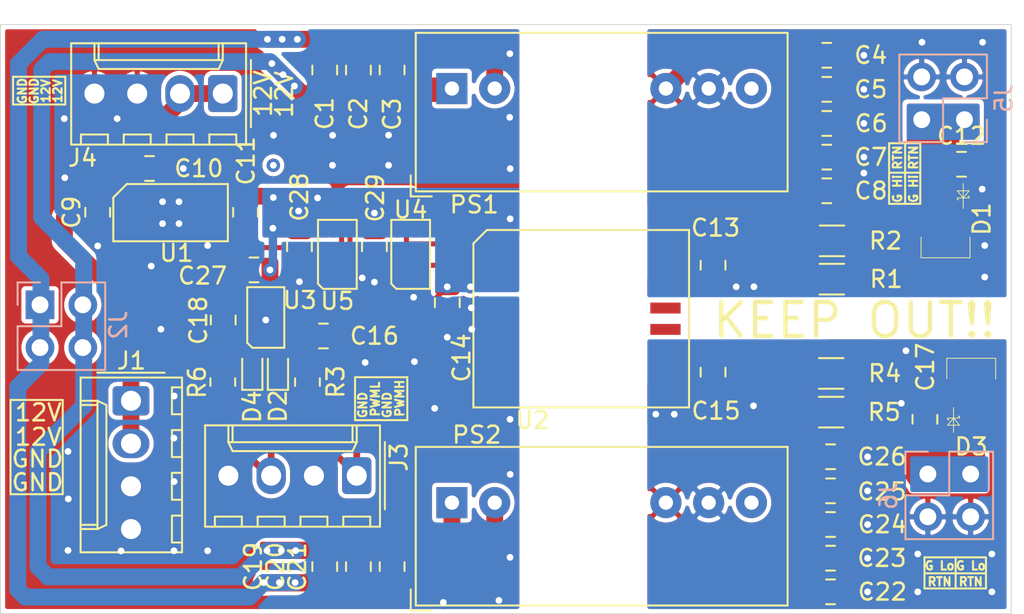
<source format=kicad_pcb>
(kicad_pcb (version 20171130) (host pcbnew "(5.1.6)-1")
  (layers (0 F.Cu signal) (31 B.Cu signal) (34 B.Paste user) (35 F.Paste user) (36 B.SilkS user) (37 F.SilkS user) (38 B.Mask user) (39 F.Mask user) (44 Edge.Cuts user))
  (net 0 "")
  (net 1 -BATT)
  (net 2 +BATT)
  (net 3 +12V)
  (net 4 GND)
  (net 5 +3V3)
  (net 6 Gate_HI)
  (net 7 "Net-(C16-Pad1)")
  (net 8 Gate_LO)
  (net 9 "Net-(C18-Pad1)")
  (net 10 "Net-(D1-Pad1)")
  (net 11 PWM_IN_HI)
  (net 12 "Net-(D3-Pad1)")
  (net 13 PWM_IN_LO)
  (net 14 "Net-(PS1-Pad8)")
  (net 15 "Net-(PS2-Pad8)")
  (net 16 "Net-(R1-Pad2)")
  (net 17 "Net-(R4-Pad2)")
  (net 18 "Net-(U1-Pad3)")
  (net 19 PWM_H)
  (net 20 PWM_L)
  (net 21 "Net-(U2-Pad13)")
  (net 22 "Net-(U2-Pad12)")
  (net 23 "Net-(U2-Pad6)")
  (net 24 "Net-(U2-Pad7)")
  (net 25 "Net-(U3-Pad6)")
  (net 26 "Net-(U3-Pad4)")
  (net 27 "Net-(U4-Pad5)")
  (net 28 "Net-(U4-Pad2)")
  (net 29 +12V_ISO1)
  (net 30 GND_ISO1)
  (net 31 +12V_ISO2)
  (net 32 GND_ISO2)
  (net 33 "Net-(U1-Pad7)")
  (module XFootprintLib:D_SMP_DO-220AA (layer F.Cu) (at 112.625 71.35 270)
    (fp_text reference D3 (at 3.725 0 180) (layer F.SilkS))
    (fp_text value V3PM6-M3/I)
    (pad 2 smd rect (at 2.351 0 270) (size 0.762 1.27) (layers F.Cu F.Paste F.Mask) (net 8 Gate_LO))
    (pad 1 smd rect (at 0 0 270) (size 2.67 2.54) (layers F.Cu F.Paste F.Mask) (net 12 "Net-(D3-Pad1)"))
  )
  (module XFootprintLib:D_SMP_DO-220AA (layer F.Cu) (at 111.1 62.325 90)
    (fp_text reference D1 (at 0.775 2.15 90) (layer F.SilkS))
    (fp_text value V3PM6-M3/I)
    (pad 2 smd rect (at 2.351 0 90) (size 0.762 1.27) (layers F.Cu F.Paste F.Mask) (net 6 Gate_HI))
    (pad 1 smd rect (at 0 0 90) (size 2.67 2.54) (layers F.Cu F.Paste F.Mask) (net 10 "Net-(D1-Pad1)"))
  )
  (module Connector_PinHeader_2.54mm:PinHeader_2x02_P2.54mm_Vertical (layer B.Cu) (at 110.05 76.7 270)
    (fp_text reference J6 (at 1.27 2.33 90) (layer B.SilkS) (effects (justify mirror)))
    (fp_text value SAMTEC_HMTSW)
    (pad 4 thru_hole oval (at 2.54 -2.54 270) (size 1.7 1.7) (drill 1) (layers *.Cu *.Mask) (net 32 GND_ISO2))
    (pad 3 thru_hole oval (at 0 -2.54 270) (size 1.7 1.7) (drill 1) (layers *.Cu *.Mask) (net 8 Gate_LO))
    (pad 2 thru_hole oval (at 2.54 0 270) (size 1.7 1.7) (drill 1) (layers *.Cu *.Mask) (net 32 GND_ISO2))
    (pad 1 thru_hole rect (at 0 0 270) (size 1.7 1.7) (drill 1) (layers *.Cu *.Mask) (net 8 Gate_LO))
  )
  (module Connector_PinHeader_2.54mm:PinHeader_2x02_P2.54mm_Vertical (layer B.Cu) (at 112.225 55.65 90)
    (fp_text reference J5 (at 1.27 2.33 270) (layer B.SilkS) (effects (justify mirror)))
    (fp_text value SAMTEC_HMTSW)
    (pad 4 thru_hole oval (at 2.54 -2.54 90) (size 1.7 1.7) (drill 1) (layers *.Cu *.Mask) (net 30 GND_ISO1))
    (pad 3 thru_hole oval (at 0 -2.54 90) (size 1.7 1.7) (drill 1) (layers *.Cu *.Mask) (net 6 Gate_HI))
    (pad 2 thru_hole oval (at 2.54 0 90) (size 1.7 1.7) (drill 1) (layers *.Cu *.Mask) (net 30 GND_ISO1))
    (pad 1 thru_hole rect (at 0 0 90) (size 1.7 1.7) (drill 1) (layers *.Cu *.Mask) (net 6 Gate_HI))
  )
  (module Connector_PinHeader_2.54mm:PinHeader_2x02_P2.54mm_Vertical (layer B.Cu) (at 57.35 66.65 270)
    (fp_text reference J2 (at 1.2 -4.65 90) (layer B.SilkS) (effects (justify mirror)))
    (fp_text value SAMTEC_HMTSW)
    (pad 4 thru_hole oval (at 2.54 -2.54 270) (size 1.7 1.7) (drill 1) (layers *.Cu *.Mask) (net 1 -BATT))
    (pad 3 thru_hole oval (at 0 -2.54 270) (size 1.7 1.7) (drill 1) (layers *.Cu *.Mask) (net 1 -BATT))
    (pad 2 thru_hole oval (at 2.54 0 270) (size 1.7 1.7) (drill 1) (layers *.Cu *.Mask) (net 2 +BATT))
    (pad 1 thru_hole rect (at 0 0 270) (size 1.7 1.7) (drill 1) (layers *.Cu *.Mask) (net 2 +BATT))
  )
  (module Connector_Molex:Molex_KK-254_AE-6410-04A_1x04_P2.54mm_Vertical (layer F.Cu) (at 68.2 54.1 180)
    (fp_text reference J4 (at 8.325 -3.825) (layer F.SilkS))
    (fp_text value "Molex KK")
    (pad 4 thru_hole oval (at 7.62 0 180) (size 1.74 2.19) (drill 1.19) (layers *.Cu *.Mask) (net 4 GND))
    (pad 3 thru_hole oval (at 5.08 0 180) (size 1.74 2.19) (drill 1.19) (layers *.Cu *.Mask) (net 4 GND))
    (pad 2 thru_hole oval (at 2.54 0 180) (size 1.74 2.19) (drill 1.19) (layers *.Cu *.Mask) (net 3 +12V))
    (pad 1 thru_hole roundrect (at 0 0 180) (size 1.74 2.19) (drill 1.19) (layers *.Cu *.Mask) (roundrect_rratio 0.143678) (net 3 +12V))
  )
  (module Connector_Molex:Molex_KK-254_AE-6410-04A_1x04_P2.54mm_Vertical (layer F.Cu) (at 76.15 76.8 180)
    (fp_text reference J3 (at -2.5 1.1 90) (layer F.SilkS))
    (fp_text value "Molex KK")
    (pad 4 thru_hole oval (at 7.62 0 180) (size 1.74 2.19) (drill 1.19) (layers *.Cu *.Mask) (net 4 GND))
    (pad 3 thru_hole oval (at 5.08 0 180) (size 1.74 2.19) (drill 1.19) (layers *.Cu *.Mask) (net 13 PWM_IN_LO))
    (pad 2 thru_hole oval (at 2.54 0 180) (size 1.74 2.19) (drill 1.19) (layers *.Cu *.Mask) (net 4 GND))
    (pad 1 thru_hole roundrect (at 0 0 180) (size 1.74 2.19) (drill 1.19) (layers *.Cu *.Mask) (roundrect_rratio 0.143678) (net 11 PWM_IN_HI))
  )
  (module Connector_Molex:Molex_KK-254_AE-6410-04A_1x04_P2.54mm_Vertical (layer F.Cu) (at 62.75 72.35 270)
    (fp_text reference J1 (at -2.375 -0.025 180) (layer F.SilkS))
    (fp_text value "Molex KK")
    (pad 4 thru_hole oval (at 7.62 0 270) (size 1.74 2.19) (drill 1.19) (layers *.Cu *.Mask) (net 4 GND))
    (pad 3 thru_hole oval (at 5.08 0 270) (size 1.74 2.19) (drill 1.19) (layers *.Cu *.Mask) (net 4 GND))
    (pad 2 thru_hole oval (at 2.54 0 270) (size 1.74 2.19) (drill 1.19) (layers *.Cu *.Mask) (net 3 +12V))
    (pad 1 thru_hole roundrect (at 0 0 270) (size 1.74 2.19) (drill 1.19) (layers *.Cu *.Mask) (roundrect_rratio 0.143678) (net 3 +12V))
  )
  (module Diode_SMD:D_SOD-523 (layer F.Cu) (at 71.475 70.55 90)
    (fp_text reference D2 (at -2.125 0 90) (layer F.SilkS))
    (fp_text value RB511SM-30)
    (pad 1 smd rect (at -0.7 0 270) (size 0.6 0.7) (layers F.Cu F.Paste F.Mask) (net 11 PWM_IN_HI))
    (pad 2 smd rect (at 0.7 0 270) (size 0.6 0.7) (layers F.Cu F.Paste F.Mask) (net 7 "Net-(C16-Pad1)"))
  )
  (module Diode_SMD:D_SOD-523 (layer F.Cu) (at 69.95 70.55 90)
    (fp_text reference D4 (at -2.15 0 90) (layer F.SilkS))
    (fp_text value RB511SM-30)
    (pad 2 smd rect (at 0.7 0 270) (size 0.6 0.7) (layers F.Cu F.Paste F.Mask) (net 9 "Net-(C18-Pad1)"))
    (pad 1 smd rect (at -0.7 0 270) (size 0.6 0.7) (layers F.Cu F.Paste F.Mask) (net 13 PWM_IN_LO))
  )
  (module Capacitor_SMD:C_0805_2012Metric (layer F.Cu) (at 68.225 67.55 90)
    (fp_text reference C18 (at -0.025 -1.475 90) (layer F.SilkS))
    (fp_text value C)
    (pad 2 smd roundrect (at 0.95 0 90) (size 1 1.45) (layers F.Cu F.Paste F.Mask) (net 4 GND))
    (pad 1 smd roundrect (at -0.95 0 90) (size 1 1.45) (layers F.Cu F.Paste F.Mask) (net 9 "Net-(C18-Pad1)"))
  )
  (module Capacitor_SMD:C_0805_2012Metric (layer F.Cu) (at 74.175 68.5)
    (fp_text reference C16 (at 3.025 0) (layer F.SilkS))
    (fp_text value C)
    (pad 2 smd roundrect (at 0.95 0) (size 1 1.45) (layers F.Cu F.Paste F.Mask) (net 4 GND))
    (pad 1 smd roundrect (at -0.95 0) (size 1 1.45) (layers F.Cu F.Paste F.Mask) (net 7 "Net-(C16-Pad1)"))
  )
  (module Resistor_SMD:R_0805_2012Metric (layer F.Cu) (at 73.225 71.2375 270)
    (fp_text reference R3 (at -0.0125 -1.675 90) (layer F.SilkS))
    (fp_text value R)
    (pad 2 smd roundrect (at 0.9125 0 270) (size 1.025 1.4) (layers F.Cu F.Paste F.Mask) (roundrect_rratio 0.243902) (net 11 PWM_IN_HI))
    (pad 1 smd roundrect (at -0.9125 0 270) (size 1.025 1.4) (layers F.Cu F.Paste F.Mask) (roundrect_rratio 0.243902) (net 7 "Net-(C16-Pad1)"))
  )
  (module Resistor_SMD:R_0805_2012Metric (layer F.Cu) (at 68.2 71.2375 270)
    (fp_text reference R6 (at 0.0125 1.525 90) (layer F.SilkS))
    (fp_text value R)
    (pad 2 smd roundrect (at 0.9125 0 270) (size 1.025 1.4) (layers F.Cu F.Paste F.Mask) (roundrect_rratio 0.243902) (net 13 PWM_IN_LO))
    (pad 1 smd roundrect (at -0.9125 0 270) (size 1.025 1.4) (layers F.Cu F.Paste F.Mask) (roundrect_rratio 0.243902) (net 9 "Net-(C18-Pad1)"))
  )
  (module XFootprintLib:DCK_R-PDSO-G6 (layer F.Cu) (at 70.75 67.4)
    (fp_text reference U3 (at 2.025 -1.025 180) (layer F.SilkS))
    (fp_text value SN74AUP2G17)
    (pad 3 smd rect (at 0.65 1.1) (size 0.4 0.9) (layers F.Cu F.Paste F.Mask) (net 7 "Net-(C16-Pad1)"))
    (pad 4 smd rect (at 0.65 -1.1) (size 0.4 0.9) (layers F.Cu F.Paste F.Mask) (net 26 "Net-(U3-Pad4)"))
    (pad 2 smd rect (at 0 1.1) (size 0.4 0.9) (layers F.Cu F.Paste F.Mask) (net 4 GND))
    (pad 5 smd rect (at 0 -1.1) (size 0.4 0.9) (layers F.Cu F.Paste F.Mask) (net 5 +3V3))
    (pad 1 smd rect (at -0.65 1.1) (size 0.4 0.9) (layers F.Cu F.Paste F.Mask) (net 9 "Net-(C18-Pad1)"))
    (pad 6 smd rect (at -0.65 -1.1) (size 0.4 0.9) (layers F.Cu F.Paste F.Mask) (net 25 "Net-(U3-Pad6)"))
  )
  (module XFootprintLib:R-PDSO-G8 (layer F.Cu) (at 75 63.65)
    (fp_text reference U5 (at 0 2.775 180) (layer F.SilkS))
    (fp_text value SN74AUP2G00)
    (pad 4 smd rect (at 0.75 1.4) (size 0.3 0.8) (layers F.Cu F.Paste F.Mask) (net 4 GND))
    (pad 5 smd rect (at 0.75 -1.4) (size 0.3 0.8) (layers F.Cu F.Paste F.Mask) (net 25 "Net-(U3-Pad6)"))
    (pad 3 smd rect (at 0.25 1.4) (size 0.3 0.8) (layers F.Cu F.Paste F.Mask) (net 28 "Net-(U4-Pad2)"))
    (pad 6 smd rect (at 0.25 -1.4) (size 0.3 0.8) (layers F.Cu F.Paste F.Mask) (net 25 "Net-(U3-Pad6)"))
    (pad 2 smd rect (at -0.25 1.4) (size 0.3 0.8) (layers F.Cu F.Paste F.Mask) (net 26 "Net-(U3-Pad4)"))
    (pad 7 smd rect (at -0.25 -1.4) (size 0.3 0.8) (layers F.Cu F.Paste F.Mask) (net 27 "Net-(U4-Pad5)"))
    (pad 1 smd rect (at -0.75 1.4) (size 0.3 0.8) (layers F.Cu F.Paste F.Mask) (net 26 "Net-(U3-Pad4)"))
    (pad 8 smd rect (at -0.75 -1.4) (size 0.3 0.8) (layers F.Cu F.Paste F.Mask) (net 5 +3V3))
  )
  (module XFootprintLib:R-PDSO-G8 (layer F.Cu) (at 79.35 63.65)
    (fp_text reference U4 (at 0 -2.65) (layer F.SilkS))
    (fp_text value SN74AUP2G08)
    (pad 4 smd rect (at 0.75 1.4) (size 0.3 0.8) (layers F.Cu F.Paste F.Mask) (net 4 GND))
    (pad 5 smd rect (at 0.75 -1.4) (size 0.3 0.8) (layers F.Cu F.Paste F.Mask) (net 27 "Net-(U4-Pad5)"))
    (pad 3 smd rect (at 0.25 1.4) (size 0.3 0.8) (layers F.Cu F.Paste F.Mask) (net 20 PWM_L))
    (pad 6 smd rect (at 0.25 -1.4) (size 0.3 0.8) (layers F.Cu F.Paste F.Mask) (net 25 "Net-(U3-Pad6)"))
    (pad 2 smd rect (at -0.25 1.4) (size 0.3 0.8) (layers F.Cu F.Paste F.Mask) (net 28 "Net-(U4-Pad2)"))
    (pad 7 smd rect (at -0.25 -1.4) (size 0.3 0.8) (layers F.Cu F.Paste F.Mask) (net 19 PWM_H))
    (pad 1 smd rect (at -0.75 1.4) (size 0.3 0.8) (layers F.Cu F.Paste F.Mask) (net 26 "Net-(U3-Pad4)"))
    (pad 8 smd rect (at -0.75 -1.4) (size 0.3 0.8) (layers F.Cu F.Paste F.Mask) (net 5 +3V3))
  )
  (module XFootprintLib:TI-VSSOP-8-PowerPAD (layer F.Cu) (at 65.1 61.175 270)
    (fp_text reference U1 (at 2.4 -0.35) (layer F.SilkS))
    (fp_text value SN74AUP2G08)
    (pad 9 smd rect (at 0 0 270) (size 2.15 1.846) (layers F.Cu F.Paste F.Mask) (net 4 GND))
    (pad 4 smd rect (at 0.975 2.2 270) (size 0.45 1.4) (layers F.Cu F.Paste F.Mask) (net 4 GND))
    (pad 5 smd rect (at 0.975 -2.2 270) (size 0.45 1.4) (layers F.Cu F.Paste F.Mask) (net 4 GND))
    (pad 3 smd rect (at 0.325 2.2 270) (size 0.45 1.4) (layers F.Cu F.Paste F.Mask) (net 18 "Net-(U1-Pad3)"))
    (pad 6 smd rect (at 0.325 -2.2 270) (size 0.45 1.4) (layers F.Cu F.Paste F.Mask) (net 4 GND))
    (pad 2 smd rect (at -0.325 2.2 270) (size 0.45 1.4) (layers F.Cu F.Paste F.Mask) (net 3 +12V))
    (pad 7 smd rect (at -0.325 -2.2 270) (size 0.45 1.4) (layers F.Cu F.Paste F.Mask) (net 33 "Net-(U1-Pad7)"))
    (pad 1 smd rect (at -0.975 2.2 270) (size 0.45 1.4) (layers F.Cu F.Paste F.Mask) (net 3 +12V))
    (pad 8 smd rect (at -0.975 -2.2 270) (size 0.45 1.4) (layers F.Cu F.Paste F.Mask) (net 5 +3V3))
  )
  (module Resistor_SMD:R_1206_3216Metric (layer F.Cu) (at 104.3125 73.025 180)
    (fp_text reference R5 (at -3.15 0) (layer F.SilkS))
    (fp_text value Ron)
    (pad 2 smd roundrect (at 1.4625 0 180) (size 1.125 1.75) (layers F.Cu F.Paste F.Mask) (roundrect_rratio 0.222222) (net 17 "Net-(R4-Pad2)"))
    (pad 1 smd roundrect (at -1.4625 0 180) (size 1.125 1.75) (layers F.Cu F.Paste F.Mask) (roundrect_rratio 0.222222) (net 8 Gate_LO))
  )
  (module Resistor_SMD:R_1206_3216Metric (layer F.Cu) (at 104.3125 70.725 180)
    (fp_text reference R4 (at -3.175 0) (layer F.SilkS))
    (fp_text value Roff)
    (pad 2 smd roundrect (at 1.4625 0 180) (size 1.125 1.75) (layers F.Cu F.Paste F.Mask) (roundrect_rratio 0.222222) (net 17 "Net-(R4-Pad2)"))
    (pad 1 smd roundrect (at -1.4625 0 180) (size 1.125 1.75) (layers F.Cu F.Paste F.Mask) (roundrect_rratio 0.222222) (net 12 "Net-(D3-Pad1)"))
  )
  (module Resistor_SMD:R_1206_3216Metric (layer F.Cu) (at 104.3625 62.85 180)
    (fp_text reference R2 (at -3.175 0) (layer F.SilkS))
    (fp_text value Ron)
    (pad 2 smd roundrect (at 1.4625 0 180) (size 1.125 1.75) (layers F.Cu F.Paste F.Mask) (roundrect_rratio 0.222222) (net 16 "Net-(R1-Pad2)"))
    (pad 1 smd roundrect (at -1.4625 0 180) (size 1.125 1.75) (layers F.Cu F.Paste F.Mask) (roundrect_rratio 0.222222) (net 6 Gate_HI))
  )
  (module Resistor_SMD:R_1206_3216Metric (layer F.Cu) (at 104.35 65.125 180)
    (fp_text reference R1 (at -3.225 0) (layer F.SilkS))
    (fp_text value Roff)
    (pad 2 smd roundrect (at 1.4625 0 180) (size 1.125 1.75) (layers F.Cu F.Paste F.Mask) (roundrect_rratio 0.222222) (net 16 "Net-(R1-Pad2)"))
    (pad 1 smd roundrect (at -1.4625 0 180) (size 1.125 1.75) (layers F.Cu F.Paste F.Mask) (roundrect_rratio 0.222222) (net 10 "Net-(D1-Pad1)"))
  )
  (module Capacitor_SMD:C_0805_2012Metric (layer F.Cu) (at 77.2 63.2 270)
    (fp_text reference C29 (at -2.9 -0.05 90) (layer F.SilkS))
    (fp_text value 0.1u)
    (pad 2 smd roundrect (at 0.95 0 270) (size 1 1.45) (layers F.Cu F.Paste F.Mask) (net 4 GND))
    (pad 1 smd roundrect (at -0.95 0 270) (size 1 1.45) (layers F.Cu F.Paste F.Mask) (net 5 +3V3))
  )
  (module Capacitor_SMD:C_0805_2012Metric (layer F.Cu) (at 72.75 63.2 270)
    (fp_text reference C28 (at -2.95 0 90) (layer F.SilkS))
    (fp_text value 0.1u)
    (pad 2 smd roundrect (at 0.95 0 270) (size 1 1.45) (layers F.Cu F.Paste F.Mask) (net 4 GND))
    (pad 1 smd roundrect (at -0.95 0 270) (size 1 1.45) (layers F.Cu F.Paste F.Mask) (net 5 +3V3))
  )
  (module Capacitor_SMD:C_0805_2012Metric (layer F.Cu) (at 70.05 64.575 180)
    (fp_text reference C27 (at 3.05 -0.35) (layer F.SilkS))
    (fp_text value 0.1u)
    (pad 2 smd roundrect (at 0.95 0 180) (size 1 1.45) (layers F.Cu F.Paste F.Mask) (net 4 GND))
    (pad 1 smd roundrect (at -0.95 0 180) (size 1 1.45) (layers F.Cu F.Paste F.Mask) (net 5 +3V3))
  )
  (module Capacitor_SMD:C_0805_2012Metric (layer F.Cu) (at 104.275 75.675 180)
    (fp_text reference C26 (at -3.05 0) (layer F.SilkS))
    (fp_text value 1000p)
    (pad 2 smd roundrect (at 0.95 0 180) (size 1 1.45) (layers F.Cu F.Paste F.Mask) (net 31 +12V_ISO2))
    (pad 1 smd roundrect (at -0.95 0 180) (size 1 1.45) (layers F.Cu F.Paste F.Mask) (net 32 GND_ISO2))
  )
  (module Capacitor_SMD:C_0805_2012Metric (layer F.Cu) (at 104.275 77.7 180)
    (fp_text reference C25 (at -3.05 -0.05) (layer F.SilkS))
    (fp_text value 0.01u)
    (pad 2 smd roundrect (at 0.95 0 180) (size 1 1.45) (layers F.Cu F.Paste F.Mask) (net 31 +12V_ISO2))
    (pad 1 smd roundrect (at -0.95 0 180) (size 1 1.45) (layers F.Cu F.Paste F.Mask) (net 32 GND_ISO2))
  )
  (module Capacitor_SMD:C_0805_2012Metric (layer F.Cu) (at 104.275 79.7 180)
    (fp_text reference C24 (at -3.075 0) (layer F.SilkS))
    (fp_text value 0.1u)
    (pad 2 smd roundrect (at 0.95 0 180) (size 1 1.45) (layers F.Cu F.Paste F.Mask) (net 31 +12V_ISO2))
    (pad 1 smd roundrect (at -0.95 0 180) (size 1 1.45) (layers F.Cu F.Paste F.Mask) (net 32 GND_ISO2))
  )
  (module Capacitor_SMD:C_0805_2012Metric (layer F.Cu) (at 104.275 81.7 180)
    (fp_text reference C23 (at -3.05 0) (layer F.SilkS))
    (fp_text value 1u)
    (pad 2 smd roundrect (at 0.95 0 180) (size 1 1.45) (layers F.Cu F.Paste F.Mask) (net 31 +12V_ISO2))
    (pad 1 smd roundrect (at -0.95 0 180) (size 1 1.45) (layers F.Cu F.Paste F.Mask) (net 32 GND_ISO2))
  )
  (module Capacitor_SMD:C_0805_2012Metric (layer F.Cu) (at 104.275 83.7 180)
    (fp_text reference C22 (at -3.075 0) (layer F.SilkS))
    (fp_text value 10u)
    (pad 2 smd roundrect (at 0.95 0 180) (size 1 1.45) (layers F.Cu F.Paste F.Mask) (net 31 +12V_ISO2))
    (pad 1 smd roundrect (at -0.95 0 180) (size 1 1.45) (layers F.Cu F.Paste F.Mask) (net 32 GND_ISO2))
  )
  (module Capacitor_SMD:C_0805_2012Metric (layer F.Cu) (at 78.25 82.2 270)
    (fp_text reference C21 (at 0.025 5.625 90) (layer F.SilkS))
    (fp_text value 0.01u)
    (pad 2 smd roundrect (at 0.95 0 270) (size 1 1.45) (layers F.Cu F.Paste F.Mask) (net 2 +BATT))
    (pad 1 smd roundrect (at -0.95 0 270) (size 1 1.45) (layers F.Cu F.Paste F.Mask) (net 1 -BATT))
  )
  (module Capacitor_SMD:C_0805_2012Metric (layer F.Cu) (at 76.25 82.2 270)
    (fp_text reference C20 (at 0 4.925 90) (layer F.SilkS))
    (fp_text value 0.1u)
    (pad 2 smd roundrect (at 0.95 0 270) (size 1 1.45) (layers F.Cu F.Paste F.Mask) (net 2 +BATT))
    (pad 1 smd roundrect (at -0.95 0 270) (size 1 1.45) (layers F.Cu F.Paste F.Mask) (net 1 -BATT))
  )
  (module Capacitor_SMD:C_0805_2012Metric (layer F.Cu) (at 74.25 82.2 270)
    (fp_text reference C19 (at 0 4.25 90) (layer F.SilkS))
    (fp_text value 1u)
    (pad 2 smd roundrect (at 0.95 0 270) (size 1 1.45) (layers F.Cu F.Paste F.Mask) (net 2 +BATT))
    (pad 1 smd roundrect (at -0.95 0 270) (size 1 1.45) (layers F.Cu F.Paste F.Mask) (net 1 -BATT))
  )
  (module Capacitor_SMD:C_0805_2012Metric (layer F.Cu) (at 109.875 73.45 90)
    (fp_text reference C17 (at 3.1 0.025 90) (layer F.SilkS))
    (fp_text value Cgs)
    (pad 2 smd roundrect (at 0.95 0 90) (size 1 1.45) (layers F.Cu F.Paste F.Mask) (net 32 GND_ISO2))
    (pad 1 smd roundrect (at -0.95 0 90) (size 1 1.45) (layers F.Cu F.Paste F.Mask) (net 8 Gate_LO))
  )
  (module Capacitor_SMD:C_0805_2012Metric (layer F.Cu) (at 97.3 70.65 90)
    (fp_text reference C15 (at -2.3 0.175 180) (layer F.SilkS))
    (fp_text value 0.47u)
    (pad 2 smd roundrect (at 0.95 0 90) (size 1 1.45) (layers F.Cu F.Paste F.Mask) (net 31 +12V_ISO2))
    (pad 1 smd roundrect (at -0.95 0 90) (size 1 1.45) (layers F.Cu F.Paste F.Mask) (net 32 GND_ISO2))
  )
  (module Capacitor_SMD:C_0805_2012Metric (layer F.Cu) (at 81.525 66.525 270)
    (fp_text reference C14 (at 3.275 -0.85 90) (layer F.SilkS))
    (fp_text value 0.022u)
    (pad 2 smd roundrect (at 0.95 0 270) (size 1 1.45) (layers F.Cu F.Paste F.Mask) (net 4 GND))
    (pad 1 smd roundrect (at -0.95 0 270) (size 1 1.45) (layers F.Cu F.Paste F.Mask) (net 5 +3V3))
  )
  (module Capacitor_SMD:C_0805_2012Metric (layer F.Cu) (at 97.3 64.3 90)
    (fp_text reference C13 (at 2.225 0.15 180) (layer F.SilkS))
    (fp_text value 0.47u)
    (pad 2 smd roundrect (at 0.95 0 90) (size 1 1.45) (layers F.Cu F.Paste F.Mask) (net 29 +12V_ISO1))
    (pad 1 smd roundrect (at -0.95 0 90) (size 1 1.45) (layers F.Cu F.Paste F.Mask) (net 30 GND_ISO1))
  )
  (module Capacitor_SMD:C_0805_2012Metric (layer F.Cu) (at 112.05 58.3)
    (fp_text reference C12 (at 0 -1.68) (layer F.SilkS))
    (fp_text value Cgs)
    (pad 2 smd roundrect (at 0.95 0) (size 1 1.45) (layers F.Cu F.Paste F.Mask) (net 30 GND_ISO1))
    (pad 1 smd roundrect (at -0.95 0) (size 1 1.45) (layers F.Cu F.Paste F.Mask) (net 6 Gate_HI))
  )
  (module Capacitor_SMD:C_0805_2012Metric (layer F.Cu) (at 69.55 61.15 90)
    (fp_text reference C11 (at 3.05 0.025 90) (layer F.SilkS))
    (fp_text value 10uF)
    (pad 2 smd roundrect (at 0.95 0 90) (size 1 1.45) (layers F.Cu F.Paste F.Mask) (net 5 +3V3))
    (pad 1 smd roundrect (at -0.95 0 90) (size 1 1.45) (layers F.Cu F.Paste F.Mask) (net 4 GND))
  )
  (module Capacitor_SMD:C_0805_2012Metric (layer F.Cu) (at 63.85 58.55 180)
    (fp_text reference C10 (at -2.925 0) (layer F.SilkS))
    (fp_text value 0.1uF)
    (pad 2 smd roundrect (at 0.95 0 180) (size 1 1.45) (layers F.Cu F.Paste F.Mask) (net 3 +12V))
    (pad 1 smd roundrect (at -0.95 0 180) (size 1 1.45) (layers F.Cu F.Paste F.Mask) (net 4 GND))
  )
  (module Capacitor_SMD:C_0805_2012Metric (layer F.Cu) (at 60.775 61.15 90)
    (fp_text reference C9 (at 0 -1.55 90) (layer F.SilkS))
    (fp_text value 10uF)
    (pad 2 smd roundrect (at 0.95 0 90) (size 1 1.45) (layers F.Cu F.Paste F.Mask) (net 3 +12V))
    (pad 1 smd roundrect (at -0.95 0 90) (size 1 1.45) (layers F.Cu F.Paste F.Mask) (net 4 GND))
  )
  (module Capacitor_SMD:C_0805_2012Metric (layer F.Cu) (at 104.05 59.875 180)
    (fp_text reference C8 (at -2.625 0) (layer F.SilkS))
    (fp_text value 1000p)
    (pad 2 smd roundrect (at 0.95 0 180) (size 1 1.45) (layers F.Cu F.Paste F.Mask) (net 29 +12V_ISO1))
    (pad 1 smd roundrect (at -0.95 0 180) (size 1 1.45) (layers F.Cu F.Paste F.Mask) (net 30 GND_ISO1))
  )
  (module Capacitor_SMD:C_0805_2012Metric (layer F.Cu) (at 104.05 57.875 180)
    (fp_text reference C7 (at -2.6125 0) (layer F.SilkS))
    (fp_text value 0.01u)
    (pad 2 smd roundrect (at 0.95 0 180) (size 1 1.45) (layers F.Cu F.Paste F.Mask) (net 29 +12V_ISO1))
    (pad 1 smd roundrect (at -0.95 0 180) (size 1 1.45) (layers F.Cu F.Paste F.Mask) (net 30 GND_ISO1))
  )
  (module Capacitor_SMD:C_0805_2012Metric (layer F.Cu) (at 104.05 55.875 180)
    (fp_text reference C6 (at -2.6375 0) (layer F.SilkS))
    (fp_text value 0.1u)
    (pad 2 smd roundrect (at 0.95 0 180) (size 1 1.45) (layers F.Cu F.Paste F.Mask) (net 29 +12V_ISO1))
    (pad 1 smd roundrect (at -0.95 0 180) (size 1 1.45) (layers F.Cu F.Paste F.Mask) (net 30 GND_ISO1))
  )
  (module Capacitor_SMD:C_0805_2012Metric (layer F.Cu) (at 104.05 53.85 180)
    (fp_text reference C5 (at -2.6125 0) (layer F.SilkS))
    (fp_text value 1u)
    (pad 2 smd roundrect (at 0.95 0 180) (size 1 1.45) (layers F.Cu F.Paste F.Mask) (net 29 +12V_ISO1))
    (pad 1 smd roundrect (at -0.95 0 180) (size 1 1.45) (layers F.Cu F.Paste F.Mask) (net 30 GND_ISO1))
  )
  (module Capacitor_SMD:C_0805_2012Metric (layer F.Cu) (at 104.05 51.825 180)
    (fp_text reference C4 (at -2.6125 0) (layer F.SilkS))
    (fp_text value 10u)
    (pad 2 smd roundrect (at 0.95 0 180) (size 1 1.45) (layers F.Cu F.Paste F.Mask) (net 29 +12V_ISO1))
    (pad 1 smd roundrect (at -0.95 0 180) (size 1 1.45) (layers F.Cu F.Paste F.Mask) (net 30 GND_ISO1))
  )
  (module Capacitor_SMD:C_0805_2012Metric (layer F.Cu) (at 78.25 52.7 90)
    (fp_text reference C3 (at -2.625 0 90) (layer F.SilkS))
    (fp_text value 0.01u)
    (pad 2 smd roundrect (at 0.95 0 90) (size 1 1.45) (layers F.Cu F.Paste F.Mask) (net 2 +BATT))
    (pad 1 smd roundrect (at -0.95 0 90) (size 1 1.45) (layers F.Cu F.Paste F.Mask) (net 1 -BATT))
  )
  (module Capacitor_SMD:C_0805_2012Metric (layer F.Cu) (at 76.25 52.7 90)
    (fp_text reference C2 (at -2.6 0 90) (layer F.SilkS))
    (fp_text value 0.1u)
    (pad 2 smd roundrect (at 0.95 0 90) (size 1 1.45) (layers F.Cu F.Paste F.Mask) (net 2 +BATT))
    (pad 1 smd roundrect (at -0.95 0 90) (size 1 1.45) (layers F.Cu F.Paste F.Mask) (net 1 -BATT))
  )
  (module Capacitor_SMD:C_0805_2012Metric (layer F.Cu) (at 74.25 52.7 90)
    (fp_text reference C1 (at -2.5875 0 90) (layer F.SilkS))
    (fp_text value 1u)
    (pad 2 smd roundrect (at 0.95 0 90) (size 1 1.45) (layers F.Cu F.Paste F.Mask) (net 2 +BATT))
    (pad 1 smd roundrect (at -0.95 0 90) (size 1 1.45) (layers F.Cu F.Paste F.Mask) (net 1 -BATT))
  )
  (module Converter_DCDC:Converter_DCDC_XP_POWER-ITXxxxxSA_THT (layer F.Cu) (at 81.8 53.8 90)
    (fp_text reference PS1 (at -6.9 1.325 180) (layer F.SilkS))
    (fp_text value ITX4812SA)
    (pad 8 thru_hole circle (at 0 17.78 90) (size 1.85 1.85) (drill 0.85) (layers *.Cu *.Mask) (net 14 "Net-(PS1-Pad8)"))
    (pad 7 thru_hole circle (at 0 15.24 90) (size 1.85 1.85) (drill 0.85) (layers *.Cu *.Mask) (net 30 GND_ISO1))
    (pad 6 thru_hole circle (at 0 12.7 90) (size 1.85 1.85) (drill 0.85) (layers *.Cu *.Mask) (net 29 +12V_ISO1))
    (pad 2 thru_hole circle (at 0 2.54 90) (size 1.85 1.85) (drill 0.85) (layers *.Cu *.Mask) (net 2 +BATT))
    (pad 1 thru_hole rect (at 0 0 90) (size 1.85 1.85) (drill 0.85) (layers *.Cu *.Mask) (net 1 -BATT))
  )
  (module Converter_DCDC:Converter_DCDC_XP_POWER-ITXxxxxSA_THT (layer F.Cu) (at 81.8 78.4 90)
    (fp_text reference PS2 (at 4.025 1.475 180) (layer F.SilkS))
    (fp_text value ITX4812SA)
    (pad 1 thru_hole rect (at 0 0 90) (size 1.85 1.85) (drill 0.85) (layers *.Cu *.Mask) (net 1 -BATT))
    (pad 2 thru_hole circle (at 0 2.54 90) (size 1.85 1.85) (drill 0.85) (layers *.Cu *.Mask) (net 2 +BATT))
    (pad 6 thru_hole circle (at 0 12.7 90) (size 1.85 1.85) (drill 0.85) (layers *.Cu *.Mask) (net 31 +12V_ISO2))
    (pad 7 thru_hole circle (at 0 15.24 90) (size 1.85 1.85) (drill 0.85) (layers *.Cu *.Mask) (net 32 GND_ISO2))
    (pad 8 thru_hole circle (at 0 17.78 90) (size 1.85 1.85) (drill 0.85) (layers *.Cu *.Mask) (net 15 "Net-(PS2-Pad8)"))
  )
  (module XFootprintLib:PG-DSO-16-30 (layer F.Cu) (at 89.475 67.475 270)
    (fp_text reference U2 (at 6.025 2.9) (layer F.SilkS))
    (fp_text value 2EDS8265)
    (pad 16 smd rect (at -4.445 -5 270) (size 0.65 1.8) (layers F.Cu F.Paste F.Mask) (net 29 +12V_ISO1))
    (pad 1 smd rect (at -4.445 5 270) (size 0.65 1.8) (layers F.Cu F.Paste F.Mask) (net 19 PWM_H))
    (pad 15 smd rect (at -3.175 -5 270) (size 0.65 1.8) (layers F.Cu F.Paste F.Mask) (net 16 "Net-(R1-Pad2)"))
    (pad 2 smd rect (at -3.175 5 270) (size 0.65 1.8) (layers F.Cu F.Paste F.Mask) (net 20 PWM_L))
    (pad 14 smd rect (at -1.905 -5 270) (size 0.65 1.8) (layers F.Cu F.Paste F.Mask) (net 30 GND_ISO1))
    (pad 3 smd rect (at -1.905 5 270) (size 0.65 1.8) (layers F.Cu F.Paste F.Mask) (net 5 +3V3))
    (pad 13 smd rect (at -0.635 -5 270) (size 0.65 1.8) (layers F.Cu F.Paste F.Mask) (net 21 "Net-(U2-Pad13)"))
    (pad 4 smd rect (at -0.635 5 270) (size 0.65 1.8) (layers F.Cu F.Paste F.Mask) (net 4 GND))
    (pad 12 smd rect (at 0.635 -5 270) (size 0.65 1.8) (layers F.Cu F.Paste F.Mask) (net 22 "Net-(U2-Pad12)"))
    (pad 5 smd rect (at 0.635 5 270) (size 0.65 1.8) (layers F.Cu F.Paste F.Mask) (net 4 GND))
    (pad 11 smd rect (at 1.905 -5 270) (size 0.65 1.8) (layers F.Cu F.Paste F.Mask) (net 31 +12V_ISO2))
    (pad 6 smd rect (at 1.905 5 270) (size 0.65 1.8) (layers F.Cu F.Paste F.Mask) (net 23 "Net-(U2-Pad6)"))
    (pad 10 smd rect (at 3.175 -5 270) (size 0.65 1.8) (layers F.Cu F.Paste F.Mask) (net 17 "Net-(R4-Pad2)"))
    (pad 7 smd rect (at 3.175 5 270) (size 0.65 1.8) (layers F.Cu F.Paste F.Mask) (net 24 "Net-(U2-Pad7)"))
    (pad 9 smd rect (at 4.445 -5 270) (size 0.65 1.8) (layers F.Cu F.Paste F.Mask) (net 32 GND_ISO2))
    (pad 8 smd rect (at 4.445 5 270) (size 0.65 1.8) (layers F.Cu F.Paste F.Mask) (net 5 +3V3))
  )
  (gr_line (start 55.75 54.75) (end 58.85 54.75) (layer F.SilkS) (width 0.12))
  (gr_line (start 55.75 53.1) (end 55.75 54.75) (layer F.SilkS) (width 0.12))
  (gr_line (start 58.85 53.1) (end 55.75 53.1) (layer F.SilkS) (width 0.12))
  (gr_line (start 58.85 54.75) (end 58.85 53.1) (layer F.SilkS) (width 0.12))
  (gr_line (start 58.7 72.3) (end 58.7 77.9) (layer F.SilkS) (width 0.12))
  (gr_line (start 55.6 72.3) (end 58.7 72.3) (layer F.SilkS) (width 0.12))
  (gr_line (start 55.6 77.9) (end 55.6 72.3) (layer F.SilkS) (width 0.12))
  (gr_line (start 58.7 77.9) (end 55.6 77.9) (layer F.SilkS) (width 0.12))
  (gr_line (start 76.05 70.95) (end 76.05 73.5) (layer F.SilkS) (width 0.12))
  (gr_line (start 79.15 70.95) (end 76.05 70.95) (layer F.SilkS) (width 0.12))
  (gr_line (start 79.15 73.5) (end 79.15 70.95) (layer F.SilkS) (width 0.12))
  (gr_line (start 76.05 73.5) (end 79.15 73.5) (layer F.SilkS) (width 0.12))
  (gr_text "G Lo" (at 112.6 82.15) (layer F.SilkS) (effects (font (size 0.5 0.5) (thickness 0.125))))
  (gr_text RTN (at 110.75 83.1) (layer F.SilkS) (effects (font (size 0.5 0.5) (thickness 0.125))))
  (gr_text "G Lo" (at 110.75 82.15) (layer F.SilkS) (effects (font (size 0.5 0.5) (thickness 0.125))))
  (gr_text RTN (at 112.6 83.1) (layer F.SilkS) (effects (font (size 0.5 0.5) (thickness 0.125))))
  (gr_line (start 109.85 82.6) (end 113.45 82.6) (layer F.SilkS) (width 0.12))
  (gr_line (start 113.5 81.65) (end 113.5 83.5) (layer F.SilkS) (width 0.12))
  (gr_line (start 109.85 83.5) (end 109.85 81.65) (layer F.SilkS) (width 0.12))
  (gr_line (start 111.7 81.65) (end 111.7 83.5) (layer F.SilkS) (width 0.12))
  (gr_line (start 109.85 81.65) (end 113.45 81.65) (layer F.SilkS) (width 0.12))
  (gr_line (start 113.5 83.5) (end 109.85 83.5) (layer F.SilkS) (width 0.12))
  (gr_line (start 108.7 60.65) (end 108.7 57.05) (layer F.SilkS) (width 0.12))
  (gr_line (start 107.75 58.8) (end 109.6 58.8) (layer F.SilkS) (width 0.12))
  (gr_line (start 107.75 60.65) (end 107.75 57.05) (layer F.SilkS) (width 0.12))
  (gr_line (start 109.6 60.65) (end 107.75 60.65) (layer F.SilkS) (width 0.12))
  (gr_line (start 109.6 57.05) (end 109.6 60.65) (layer F.SilkS) (width 0.12))
  (gr_line (start 107.75 57.05) (end 109.6 57.05) (layer F.SilkS) (width 0.12))
  (gr_text RTN (at 109.2 57.9 90) (layer F.SilkS) (effects (font (size 0.5 0.5) (thickness 0.125))))
  (gr_text RTN (at 108.25 57.9 90) (layer F.SilkS) (effects (font (size 0.5 0.5) (thickness 0.125))))
  (gr_text "G Hi" (at 109.2 59.75 90) (layer F.SilkS) (effects (font (size 0.5 0.5) (thickness 0.125))))
  (gr_text "G Hi" (at 108.25 59.75 90) (layer F.SilkS) (effects (font (size 0.5 0.5) (thickness 0.125))))
  (gr_text 12V (at 58.4 53.95 90) (layer F.SilkS) (effects (font (size 0.5 0.5) (thickness 0.125))))
  (gr_text 12V (at 57.7 53.95 90) (layer F.SilkS) (effects (font (size 0.5 0.5) (thickness 0.125))))
  (gr_text GND (at 56.3 53.95 90) (layer F.SilkS) (effects (font (size 0.5 0.5) (thickness 0.125))))
  (gr_text GND (at 76.5 72.6 90) (layer F.SilkS) (effects (font (size 0.5 0.5) (thickness 0.125))))
  (gr_text PWML (at 77.25 72.25 90) (layer F.SilkS) (effects (font (size 0.5 0.5) (thickness 0.125))))
  (gr_text PWMH (at 78.7 72.2 90) (layer F.SilkS) (effects (font (size 0.5 0.5) (thickness 0.125))))
  (gr_text 12V (at 71.85 54.15 90) (layer F.SilkS) (effects (font (size 1 1))))
  (gr_text 12V (at 70.6 54.1 90) (layer F.SilkS) (effects (font (size 1 1))))
  (gr_text GND (at 57 53.95 90) (layer F.SilkS) (effects (font (size 0.5 0.5) (thickness 0.125))))
  (gr_text GND (at 77.95 72.6 90) (layer F.SilkS) (effects (font (size 0.5 0.5) (thickness 0.125))))
  (gr_text GND (at 57.2 77.2) (layer F.SilkS) (effects (font (size 1 1))))
  (gr_text GND (at 57.2 75.8) (layer F.SilkS) (effects (font (size 1 1))))
  (gr_text 12V (at 57.25 74.5) (layer F.SilkS) (effects (font (size 1 1))))
  (gr_text 12V (at 57.25 73.05) (layer F.SilkS) (effects (font (size 1 1))))
  (gr_text "KEEP OUT!!" (at 105.7 67.575) (layer F.SilkS) (effects (font (size 2 2) (thickness 0.254))))
  (gr_line (start 115 50) (end 55 50) (layer Edge.Cuts) (width 0.05))
  (gr_line (start 115 85) (end 115 50) (layer Edge.Cuts) (width 0.05))
  (gr_line (start 55 85) (end 115 85) (layer Edge.Cuts) (width 0.05))
  (gr_line (start 55 50) (end 55 85) (layer Edge.Cuts) (width 0.05))
  (segment (start 81.65 53.65) (end 81.8 53.8) (width 1) (layer F.Cu) (net 1))
  (segment (start 74.25 53.65) (end 81.65 53.65) (width 1) (layer F.Cu) (net 1))
  (segment (start 74.25 81.25) (end 80.625 81.25) (width 1) (layer F.Cu) (net 1))
  (segment (start 81.8 80.075) (end 81.8 78.4) (width 1) (layer F.Cu) (net 1))
  (segment (start 80.625 81.25) (end 81.8 80.075) (width 1) (layer F.Cu) (net 1))
  (segment (start 59.945 65.1) (end 59.945 64.095) (width 1) (layer B.Cu) (net 1))
  (segment (start 72.45 53.65) (end 72.45 53.65) (width 1) (layer B.Cu) (net 1))
  (via (at 72.45 53.65) (size 0.8) (drill 0.4) (layers F.Cu B.Cu) (net 1))
  (segment (start 71.775 52.975) (end 72.45 53.65) (width 1) (layer B.Cu) (net 1))
  (via (at 71.775 52.975) (size 0.8) (drill 0.4) (layers F.Cu B.Cu) (net 1))
  (segment (start 71.1125 52.3125) (end 71.775 52.975) (width 1) (layer B.Cu) (net 1))
  (via (at 71.1125 52.3125) (size 0.8) (drill 0.4) (layers F.Cu B.Cu) (net 1))
  (segment (start 71.1125 52.3125) (end 72.9 54.1) (width 1) (layer F.Cu) (net 1))
  (segment (start 72.9 54.1) (end 73.625 54.1) (width 1) (layer F.Cu) (net 1))
  (segment (start 72.525 81.25) (end 72.575 81.25) (width 1) (layer B.Cu) (net 1))
  (via (at 72.525 81.25) (size 0.8) (drill 0.4) (layers F.Cu B.Cu) (net 1))
  (segment (start 71.675 81.25) (end 72.525 81.25) (width 1) (layer B.Cu) (net 1))
  (via (at 71.675 81.25) (size 0.8) (drill 0.4) (layers F.Cu B.Cu) (net 1))
  (segment (start 70.825 81.25) (end 71.675 81.25) (width 1) (layer B.Cu) (net 1))
  (via (at 70.825 81.25) (size 0.8) (drill 0.4) (layers F.Cu B.Cu) (net 1))
  (segment (start 59.945 65.1) (end 59.945 70.15) (width 1) (layer B.Cu) (net 1))
  (segment (start 71 52.2) (end 71.1125 52.3125) (width 1) (layer B.Cu) (net 1))
  (segment (start 59.945 63.948002) (end 57.45 61.453002) (width 1) (layer B.Cu) (net 1))
  (segment (start 57.45 52.675) (end 57.925 52.2) (width 1) (layer B.Cu) (net 1))
  (segment (start 57.45 61.453002) (end 57.45 52.675) (width 1) (layer B.Cu) (net 1))
  (segment (start 59.945 65.1) (end 59.945 63.948002) (width 1) (layer B.Cu) (net 1))
  (segment (start 57.925 52.2) (end 71 52.2) (width 1) (layer B.Cu) (net 1))
  (segment (start 57.834989 82.809989) (end 69.265011 82.809989) (width 1) (layer B.Cu) (net 1))
  (segment (start 69.265011 82.809989) (end 70.825 81.25) (width 1) (layer B.Cu) (net 1))
  (segment (start 57.230011 75.369989) (end 57.230011 82.205011) (width 1) (layer B.Cu) (net 1))
  (segment (start 57.230011 82.205011) (end 57.834989 82.809989) (width 1) (layer B.Cu) (net 1))
  (segment (start 59.945 72.655) (end 57.230011 75.369989) (width 1) (layer B.Cu) (net 1))
  (segment (start 59.945 70.15) (end 59.945 72.655) (width 1) (layer B.Cu) (net 1))
  (segment (start 84.34 52.491853) (end 84.34 53.8) (width 1) (layer F.Cu) (net 2))
  (segment (start 83.598147 51.75) (end 84.34 52.491853) (width 1) (layer F.Cu) (net 2))
  (segment (start 74.25 51.75) (end 83.598147 51.75) (width 1) (layer F.Cu) (net 2))
  (segment (start 74.25 83.15) (end 82.15 83.15) (width 1) (layer F.Cu) (net 2))
  (segment (start 84.34 80.96) (end 84.34 78.4) (width 1) (layer F.Cu) (net 2))
  (segment (start 82.15 83.15) (end 84.34 80.96) (width 1) (layer F.Cu) (net 2))
  (segment (start 72.625 50.875) (end 72.625 50.875) (width 1) (layer B.Cu) (net 2))
  (via (at 72.625 50.875) (size 0.8) (drill 0.4) (layers F.Cu B.Cu) (net 2))
  (segment (start 71.725 50.875) (end 72.625 50.875) (width 1) (layer B.Cu) (net 2))
  (via (at 71.725 50.875) (size 0.8) (drill 0.4) (layers F.Cu B.Cu) (net 2))
  (segment (start 70.85 50.875) (end 71.725 50.875) (width 1) (layer B.Cu) (net 2))
  (via (at 70.85 50.875) (size 0.8) (drill 0.4) (layers F.Cu B.Cu) (net 2))
  (segment (start 70.85 50.875) (end 73.625 50.875) (width 1) (layer F.Cu) (net 2))
  (segment (start 72.525 83.15) (end 72.525 83.15) (width 1) (layer B.Cu) (net 2))
  (via (at 72.49 83.15) (size 0.8) (drill 0.4) (layers F.Cu B.Cu) (net 2))
  (segment (start 71.675 83.15) (end 72.525 83.15) (width 1) (layer B.Cu) (net 2))
  (via (at 71.56 83.15) (size 0.8) (drill 0.4) (layers F.Cu B.Cu) (net 2))
  (segment (start 57.405 65.1) (end 57.405 70.15) (width 1) (layer B.Cu) (net 2))
  (segment (start 57.525 50.875) (end 70.85 50.875) (width 1) (layer B.Cu) (net 2))
  (segment (start 56.075 52.325) (end 57.525 50.875) (width 1) (layer B.Cu) (net 2))
  (segment (start 57.405 65.1) (end 56.075 63.77) (width 1) (layer B.Cu) (net 2))
  (segment (start 56.075 63.77) (end 56.075 52.325) (width 1) (layer B.Cu) (net 2))
  (via (at 70.630002 83.149998) (size 0.8) (drill 0.4) (layers F.Cu B.Cu) (net 2))
  (segment (start 56.03 71.525) (end 56.03 83.56) (width 1) (layer B.Cu) (net 2))
  (segment (start 56.03 83.56) (end 56.48 84.01) (width 1) (layer B.Cu) (net 2))
  (segment (start 57.405 70.15) (end 56.03 71.525) (width 1) (layer B.Cu) (net 2))
  (segment (start 70.630004 83.15) (end 70.630002 83.149998) (width 1) (layer B.Cu) (net 2))
  (segment (start 56.48 84.01) (end 69.77 84.01) (width 1) (layer B.Cu) (net 2))
  (segment (start 71.675 83.15) (end 70.630004 83.15) (width 1) (layer B.Cu) (net 2))
  (segment (start 69.77 84.01) (end 70.630002 83.149998) (width 1) (layer B.Cu) (net 2))
  (segment (start 62.9 60.2) (end 62.9 60.824999) (width 0.5) (layer F.Cu) (net 3))
  (segment (start 62.9 58.55) (end 62.9 60.2) (width 0.5) (layer F.Cu) (net 3))
  (segment (start 60.775 60.2) (end 62.9 60.2) (width 0.5) (layer F.Cu) (net 3))
  (segment (start 61.7 58.55) (end 62.9 58.55) (width 1) (layer F.Cu) (net 3))
  (segment (start 58.8 61.45) (end 61.7 58.55) (width 1) (layer F.Cu) (net 3))
  (segment (start 65.66 54.59) (end 65.66 54.1) (width 1) (layer F.Cu) (net 3))
  (segment (start 58.8 61.45) (end 65.66 54.59) (width 1) (layer F.Cu) (net 3))
  (segment (start 65.66 54.1) (end 68.2 54.1) (width 1) (layer F.Cu) (net 3))
  (segment (start 58.8 62.825) (end 58.8 61.45) (width 1) (layer F.Cu) (net 3))
  (segment (start 62.75 74.89) (end 62.75 66.775) (width 1) (layer F.Cu) (net 3))
  (segment (start 62.75 66.775) (end 58.8 62.825) (width 1) (layer F.Cu) (net 3))
  (via (at 64.625 60.525) (size 0.8) (drill 0.4) (layers F.Cu B.Cu) (net 4))
  (via (at 65.6 60.525) (size 0.8) (drill 0.4) (layers F.Cu B.Cu) (net 4))
  (via (at 65.6 61.825) (size 0.8) (drill 0.4) (layers F.Cu B.Cu) (net 4))
  (via (at 64.625 61.825) (size 0.8) (drill 0.4) (layers F.Cu B.Cu) (net 4))
  (via (at 82.95 66.825) (size 0.8) (drill 0.4) (layers F.Cu B.Cu) (net 4))
  (segment (start 84.475 66.84) (end 82.965 66.84) (width 0.5) (layer F.Cu) (net 4))
  (segment (start 82.965 66.84) (end 82.95 66.825) (width 0.5) (layer F.Cu) (net 4))
  (segment (start 84.475 68.11) (end 82.985 68.11) (width 0.5) (layer F.Cu) (net 4))
  (via (at 82.975 68.1) (size 0.8) (drill 0.4) (layers F.Cu B.Cu) (net 4))
  (segment (start 82.985 68.11) (end 82.975 68.1) (width 0.5) (layer F.Cu) (net 4))
  (via (at 81.525 68.575) (size 0.8) (drill 0.4) (layers F.Cu B.Cu) (net 4))
  (segment (start 81.525 67.475) (end 81.525 68.575) (width 0.5) (layer F.Cu) (net 4))
  (via (at 77.2 65.3) (size 0.8) (drill 0.4) (layers F.Cu B.Cu) (net 4))
  (via (at 76.475 65.05) (size 0.8) (drill 0.4) (layers F.Cu B.Cu) (net 4))
  (segment (start 75.75 65.05) (end 76.475 65.05) (width 0.3) (layer F.Cu) (net 4))
  (segment (start 77.2 65.3) (end 77.2 64.15) (width 0.5) (layer F.Cu) (net 4))
  (via (at 67.3 63.125) (size 0.8) (drill 0.4) (layers F.Cu B.Cu) (net 4))
  (segment (start 67.3 62.15) (end 67.3 63.125) (width 0.5) (layer F.Cu) (net 4))
  (segment (start 67.3 62.15) (end 67.3 61.525001) (width 0.5) (layer F.Cu) (net 4))
  (via (at 70.75 67.55) (size 0.8) (drill 0.4) (layers F.Cu B.Cu) (net 4))
  (segment (start 70.75 68.5) (end 70.75 67.55) (width 0.5) (layer F.Cu) (net 4))
  (via (at 72.75 65.275) (size 0.8) (drill 0.4) (layers F.Cu B.Cu) (net 4))
  (segment (start 72.75 64.15) (end 72.75 65.275) (width 0.4) (layer F.Cu) (net 4))
  (segment (start 64.125 62.15) (end 65.1 61.175) (width 0.4) (layer F.Cu) (net 4))
  (segment (start 62.9 62.15) (end 64.125 62.15) (width 0.4) (layer F.Cu) (net 4))
  (segment (start 80.1 65.05) (end 80.1 65.625) (width 0.3) (layer F.Cu) (net 4))
  (segment (start 80.1 65.625) (end 79.525 66.2) (width 0.3) (layer F.Cu) (net 4))
  (via (at 79.525 66.2) (size 0.8) (drill 0.4) (layers F.Cu B.Cu) (net 4))
  (via (at 60.775 63.15) (size 0.8) (drill 0.4) (layers F.Cu B.Cu) (net 4))
  (segment (start 60.775 62.1) (end 60.775 63.15) (width 0.5) (layer F.Cu) (net 4))
  (via (at 74.71 58.36) (size 0.8) (drill 0.4) (layers F.Cu B.Cu) (net 4))
  (via (at 63.95 64.35) (size 0.8) (drill 0.4) (layers F.Cu B.Cu) (net 4))
  (via (at 64.525 68.1) (size 0.8) (drill 0.4) (layers F.Cu B.Cu) (net 4))
  (via (at 76.65 70.075) (size 0.8) (drill 0.4) (layers F.Cu B.Cu) (net 4))
  (via (at 80.775 72.8) (size 0.8) (drill 0.4) (layers F.Cu B.Cu) (net 4))
  (via (at 79.575 70.025) (size 0.8) (drill 0.4) (layers F.Cu B.Cu) (net 4))
  (via (at 81.29 84.33) (size 0.8) (drill 0.4) (layers F.Cu B.Cu) (net 4))
  (via (at 84.59 84.21) (size 0.8) (drill 0.4) (layers F.Cu B.Cu) (net 4))
  (via (at 85.25 81.65) (size 0.8) (drill 0.4) (layers F.Cu B.Cu) (net 4))
  (via (at 85.26 76.72) (size 0.8) (drill 0.4) (layers F.Cu B.Cu) (net 4))
  (via (at 85.25 73.45) (size 0.8) (drill 0.4) (layers F.Cu B.Cu) (net 4))
  (via (at 85.26 58.56) (size 0.8) (drill 0.4) (layers F.Cu B.Cu) (net 4))
  (via (at 85.23 55.51) (size 0.8) (drill 0.4) (layers F.Cu B.Cu) (net 4))
  (via (at 85.24 51.73) (size 0.8) (drill 0.4) (layers F.Cu B.Cu) (net 4))
  (via (at 58.79 55.59) (size 0.8) (drill 0.4) (layers F.Cu B.Cu) (net 4))
  (via (at 58.82 59.1) (size 0.8) (drill 0.4) (layers F.Cu B.Cu) (net 4))
  (via (at 61.93 55.59) (size 0.8) (drill 0.4) (layers F.Cu B.Cu) (net 4))
  (via (at 78.04 58.36) (size 0.8) (drill 0.4) (layers F.Cu B.Cu) (net 4))
  (via (at 78.04 56.57) (size 0.8) (drill 0.4) (layers F.Cu B.Cu) (net 4))
  (via (at 74.72 56.58) (size 0.8) (drill 0.4) (layers F.Cu B.Cu) (net 4))
  (via (at 71.21 56.58) (size 0.8) (drill 0.4) (layers F.Cu B.Cu) (net 4))
  (via (at 65.32 72.07) (size 0.8) (drill 0.4) (layers F.Cu B.Cu) (net 4))
  (via (at 65.3 74.57) (size 0.8) (drill 0.4) (layers F.Cu B.Cu) (net 4))
  (via (at 65.31 77.15) (size 0.8) (drill 0.4) (layers F.Cu B.Cu) (net 4))
  (via (at 67.3 81.26) (size 0.8) (drill 0.4) (layers F.Cu B.Cu) (net 4))
  (via (at 65.3 81.26) (size 0.8) (drill 0.4) (layers F.Cu B.Cu) (net 4))
  (via (at 62.16 81.27) (size 0.8) (drill 0.4) (layers F.Cu B.Cu) (net 4))
  (via (at 59.01 81.24) (size 0.8) (drill 0.4) (layers F.Cu B.Cu) (net 4))
  (via (at 59.03 78.18) (size 0.8) (drill 0.4) (layers F.Cu B.Cu) (net 4))
  (via (at 59.01 75.36) (size 0.8) (drill 0.4) (layers F.Cu B.Cu) (net 4))
  (via (at 65.85 58.55) (size 0.8) (drill 0.4) (layers F.Cu B.Cu) (net 4))
  (segment (start 64.8 58.55) (end 65.85 58.55) (width 0.5) (layer F.Cu) (net 4))
  (segment (start 84.47 65.575) (end 84.475 65.57) (width 0.5) (layer F.Cu) (net 5))
  (segment (start 81.525 65.575) (end 81.525 65.575) (width 0.5) (layer F.Cu) (net 5))
  (segment (start 77.2 62.25) (end 78.54999 62.25) (width 0.4) (layer F.Cu) (net 5))
  (segment (start 72.75 62.25) (end 74.25 62.25) (width 0.3) (layer F.Cu) (net 5))
  (segment (start 70.75 64.825) (end 71 64.575) (width 0.3) (layer F.Cu) (net 5))
  (segment (start 70.75 66.3) (end 70.75 64.825) (width 0.3) (layer F.Cu) (net 5))
  (via (at 71.2 60.275) (size 0.8) (drill 0.4) (layers F.Cu B.Cu) (net 5))
  (via (at 73.825 60.3) (size 0.8) (drill 0.4) (layers F.Cu B.Cu) (net 5))
  (via (at 71.175 62.1) (size 0.8) (drill 0.4) (layers F.Cu B.Cu) (net 5))
  (via (at 72.7 61.075) (size 0.8) (drill 0.4) (layers F.Cu B.Cu) (net 5))
  (segment (start 71.175 62.1) (end 71.175 64.4) (width 0.5) (layer B.Cu) (net 5))
  (via (at 71 64.575) (size 0.8) (drill 0.4) (layers F.Cu B.Cu) (net 5))
  (segment (start 71.175 64.4) (end 71 64.575) (width 0.5) (layer B.Cu) (net 5))
  (segment (start 81.525 65.575) (end 82.9 65.575) (width 0.5) (layer F.Cu) (net 5))
  (via (at 81.525 65.575) (size 0.8) (drill 0.4) (layers F.Cu B.Cu) (net 5))
  (segment (start 82.9 65.575) (end 84.47 65.575) (width 0.5) (layer F.Cu) (net 5))
  (via (at 82.9 65.575) (size 0.8) (drill 0.4) (layers F.Cu B.Cu) (net 5))
  (via (at 77.2 61.2) (size 0.8) (drill 0.4) (layers F.Cu B.Cu) (net 5))
  (segment (start 77.2 62.25) (end 77.2 61.2) (width 0.5) (layer F.Cu) (net 5))
  (segment (start 80.275001 66.824999) (end 81.525 65.575) (width 0.3) (layer F.Cu) (net 5))
  (segment (start 80.275001 69.675001) (end 80.275001 66.824999) (width 0.3) (layer F.Cu) (net 5))
  (segment (start 84.475 71.92) (end 82.52 71.92) (width 0.3) (layer F.Cu) (net 5))
  (segment (start 82.52 71.92) (end 80.275001 69.675001) (width 0.3) (layer F.Cu) (net 5))
  (via (at 85.26 61.54) (size 0.8) (drill 0.4) (layers F.Cu B.Cu) (net 5))
  (segment (start 71.475 68.575) (end 71.4 68.5) (width 0.4) (layer F.Cu) (net 7))
  (segment (start 71.475 69.85) (end 71.475 68.575) (width 0.4) (layer F.Cu) (net 7))
  (segment (start 70.1 69.7) (end 69.95 69.85) (width 0.4) (layer F.Cu) (net 9))
  (segment (start 70.1 68.5) (end 70.1 69.7) (width 0.4) (layer F.Cu) (net 9))
  (segment (start 76.15 76.8) (end 76.15 73.525) (width 0.4) (layer F.Cu) (net 11))
  (segment (start 74.775 72.15) (end 73.225 72.15) (width 0.4) (layer F.Cu) (net 11))
  (segment (start 76.15 73.525) (end 74.775 72.15) (width 0.4) (layer F.Cu) (net 11))
  (segment (start 76.15 76.8) (end 76.15 76.775) (width 0.4) (layer F.Cu) (net 11))
  (segment (start 71.475 72.1) (end 71.475 71.25) (width 0.4) (layer F.Cu) (net 11))
  (segment (start 76.15 76.775) (end 71.475 72.1) (width 0.4) (layer F.Cu) (net 11))
  (segment (start 71.07 76.8) (end 70.9 76.8) (width 0.4) (layer F.Cu) (net 13))
  (segment (start 68.2 74.1) (end 68.2 72.15) (width 0.4) (layer F.Cu) (net 13))
  (segment (start 70.9 76.8) (end 68.2 74.1) (width 0.4) (layer F.Cu) (net 13))
  (segment (start 71.07 76.8) (end 71.07 74.645) (width 0.4) (layer F.Cu) (net 13))
  (segment (start 69.95 73.525) (end 69.95 71.25) (width 0.4) (layer F.Cu) (net 13))
  (segment (start 71.07 74.645) (end 69.95 73.525) (width 0.4) (layer F.Cu) (net 13))
  (segment (start 94.475 64.3) (end 100.45 64.3) (width 0.5) (layer F.Cu) (net 16))
  (segment (start 101.9 62.85) (end 102.9 62.85) (width 0.5) (layer F.Cu) (net 16))
  (segment (start 100.45 64.3) (end 101.9 62.85) (width 0.5) (layer F.Cu) (net 16))
  (segment (start 101.275 65.125) (end 100.45 64.3) (width 0.5) (layer F.Cu) (net 16))
  (segment (start 102.9125 65.125) (end 101.275 65.125) (width 0.5) (layer F.Cu) (net 16))
  (segment (start 102.75 70.65) (end 102.825 70.725) (width 0.5) (layer F.Cu) (net 17))
  (segment (start 102.8375 73) (end 101.525 73) (width 0.5) (layer F.Cu) (net 17))
  (segment (start 101.525 73) (end 99.975 71.45) (width 0.5) (layer F.Cu) (net 17))
  (segment (start 99.975 71.45) (end 99.975 70.65) (width 0.5) (layer F.Cu) (net 17))
  (segment (start 94.475 70.65) (end 99.975 70.65) (width 0.5) (layer F.Cu) (net 17))
  (segment (start 99.975 70.65) (end 102.75 70.65) (width 0.5) (layer F.Cu) (net 17))
  (segment (start 79.18 63.03) (end 84.475 63.03) (width 0.3) (layer F.Cu) (net 19))
  (segment (start 79.1 62.95) (end 79.18 63.03) (width 0.3) (layer F.Cu) (net 19))
  (segment (start 79.1 62.25) (end 79.1 62.95) (width 0.3) (layer F.Cu) (net 19))
  (via (at 71.2 58.36) (size 0.8) (drill 0.4) (layers F.Cu B.Cu) (net 20))
  (segment (start 79.6 64.4) (end 79.6 65.05) (width 0.3) (layer F.Cu) (net 20))
  (segment (start 79.7 64.3) (end 79.6 64.4) (width 0.3) (layer F.Cu) (net 20))
  (segment (start 84.475 64.3) (end 79.7 64.3) (width 0.3) (layer F.Cu) (net 20))
  (segment (start 75.75 62.25) (end 75.75 60.95) (width 0.3) (layer F.Cu) (net 25))
  (segment (start 75.75 60.95) (end 76.25 60.45) (width 0.3) (layer F.Cu) (net 25))
  (segment (start 76.25 60.45) (end 79.15 60.45) (width 0.3) (layer F.Cu) (net 25))
  (segment (start 79.6 60.9) (end 79.6 62.25) (width 0.3) (layer F.Cu) (net 25))
  (segment (start 79.15 60.45) (end 79.6 60.9) (width 0.3) (layer F.Cu) (net 25))
  (segment (start 75.75 63.025) (end 75.75 62.25) (width 0.3) (layer F.Cu) (net 25))
  (segment (start 75.525 63.25) (end 75.75 63.025) (width 0.3) (layer F.Cu) (net 25))
  (segment (start 75.25 62.25) (end 75.25 63.25) (width 0.3) (layer F.Cu) (net 25))
  (segment (start 75.25 63.25) (end 75.525 63.25) (width 0.3) (layer F.Cu) (net 25))
  (segment (start 70.575 63.25) (end 75.25 63.25) (width 0.3) (layer F.Cu) (net 25))
  (segment (start 70.1 66.3) (end 70.1 63.725) (width 0.3) (layer F.Cu) (net 25))
  (segment (start 70.1 63.725) (end 70.575 63.25) (width 0.3) (layer F.Cu) (net 25))
  (segment (start 78.6 65.9) (end 78.6 65.05) (width 0.3) (layer F.Cu) (net 26))
  (segment (start 78.2 66.3) (end 78.6 65.9) (width 0.3) (layer F.Cu) (net 26))
  (segment (start 74.25 66.275) (end 74.275 66.3) (width 0.3) (layer F.Cu) (net 26))
  (segment (start 74.25 65.05) (end 74.25 66.275) (width 0.3) (layer F.Cu) (net 26))
  (segment (start 71.4 66.3) (end 74.275 66.3) (width 0.3) (layer F.Cu) (net 26))
  (segment (start 74.275 66.3) (end 74.75 66.3) (width 0.3) (layer F.Cu) (net 26))
  (segment (start 74.75 65.05) (end 74.75 66.3) (width 0.3) (layer F.Cu) (net 26))
  (segment (start 74.75 66.3) (end 78.2 66.3) (width 0.3) (layer F.Cu) (net 26))
  (segment (start 80.1 62.25) (end 80.1 60.69288) (width 0.3) (layer F.Cu) (net 27))
  (segment (start 79.35711 59.94999) (end 75.72501 59.94999) (width 0.3) (layer F.Cu) (net 27))
  (segment (start 80.1 60.69288) (end 79.35711 59.94999) (width 0.3) (layer F.Cu) (net 27))
  (segment (start 74.75 60.925) (end 74.75 62.25) (width 0.3) (layer F.Cu) (net 27))
  (segment (start 75.72501 59.94999) (end 74.75 60.925) (width 0.3) (layer F.Cu) (net 27))
  (segment (start 75.25 64.35) (end 76.35 63.25) (width 0.3) (layer F.Cu) (net 28))
  (segment (start 75.25 65.05) (end 75.25 64.35) (width 0.3) (layer F.Cu) (net 28))
  (segment (start 76.35 63.25) (end 78.525 63.25) (width 0.3) (layer F.Cu) (net 28))
  (segment (start 79.1 63.825) (end 79.1 65.05) (width 0.3) (layer F.Cu) (net 28))
  (segment (start 78.525 63.25) (end 79.1 63.825) (width 0.3) (layer F.Cu) (net 28))
  (segment (start 97.3 63.35) (end 96.25 63.35) (width 0.5) (layer F.Cu) (net 29))
  (segment (start 95.93 63.03) (end 94.475 63.03) (width 0.5) (layer F.Cu) (net 29))
  (segment (start 96.25 63.35) (end 95.93 63.03) (width 0.5) (layer F.Cu) (net 29))
  (segment (start 96.475 51.825) (end 103.1 51.825) (width 1) (layer F.Cu) (net 29))
  (segment (start 94.5 53.8) (end 96.475 51.825) (width 1) (layer F.Cu) (net 29))
  (segment (start 103.1 51.825) (end 103.1 59.875) (width 1) (layer F.Cu) (net 29))
  (segment (start 103.1 59.875) (end 99.625 63.35) (width 1) (layer F.Cu) (net 29))
  (segment (start 99.625 63.35) (end 97.3 63.35) (width 1) (layer F.Cu) (net 29))
  (segment (start 97.3 65.25) (end 96.175 65.25) (width 0.5) (layer F.Cu) (net 30))
  (segment (start 95.855 65.57) (end 94.475 65.57) (width 0.5) (layer F.Cu) (net 30))
  (segment (start 96.175 65.25) (end 95.855 65.57) (width 0.5) (layer F.Cu) (net 30))
  (via (at 98.675 65.575) (size 0.8) (drill 0.4) (layers F.Cu B.Cu) (net 30))
  (via (at 99.725 65.575) (size 0.8) (drill 0.4) (layers F.Cu B.Cu) (net 30))
  (via (at 106.25 51.825) (size 0.8) (drill 0.4) (layers F.Cu B.Cu) (net 30))
  (segment (start 105 51.825) (end 106.25 51.825) (width 0.5) (layer F.Cu) (net 30))
  (via (at 106.25 53.85) (size 0.8) (drill 0.4) (layers F.Cu B.Cu) (net 30))
  (segment (start 105 53.85) (end 106.25 53.85) (width 0.5) (layer F.Cu) (net 30))
  (via (at 106.25 55.875) (size 0.8) (drill 0.4) (layers F.Cu B.Cu) (net 30))
  (segment (start 105 55.875) (end 106.25 55.875) (width 0.5) (layer F.Cu) (net 30))
  (via (at 106.25 57.875) (size 0.8) (drill 0.4) (layers F.Cu B.Cu) (net 30))
  (segment (start 105 57.875) (end 106.25 57.875) (width 0.5) (layer F.Cu) (net 30))
  (via (at 106.25 58.824999) (size 0.8) (drill 0.4) (layers F.Cu B.Cu) (net 30))
  (segment (start 106.050001 58.824999) (end 106.25 58.824999) (width 0.5) (layer F.Cu) (net 30))
  (segment (start 105 59.875) (end 106.050001 58.824999) (width 0.5) (layer F.Cu) (net 30))
  (via (at 113.3 51.05) (size 0.8) (drill 0.4) (layers F.Cu B.Cu) (net 30))
  (via (at 109.7 51.05) (size 0.8) (drill 0.4) (layers F.Cu B.Cu) (net 30))
  (via (at 113.425 65) (size 0.8) (drill 0.4) (layers F.Cu B.Cu) (net 30))
  (via (at 113.425 63.125) (size 0.8) (drill 0.4) (layers F.Cu B.Cu) (net 30))
  (via (at 113.275 59.775) (size 0.8) (drill 0.4) (layers F.Cu B.Cu) (net 30))
  (segment (start 113 58.3) (end 113 59.5) (width 0.4) (layer F.Cu) (net 30))
  (segment (start 113 59.5) (end 113.275 59.775) (width 0.4) (layer F.Cu) (net 30))
  (segment (start 103.805 69.38) (end 94.475 69.38) (width 0.5) (layer F.Cu) (net 31))
  (segment (start 104.4 69.975) (end 103.805 69.38) (width 0.5) (layer F.Cu) (net 31))
  (segment (start 103.325 75.675) (end 103.325 74.525) (width 0.5) (layer F.Cu) (net 31))
  (segment (start 104.4 73.45) (end 104.4 69.975) (width 0.5) (layer F.Cu) (net 31))
  (segment (start 103.325 74.525) (end 104.4 73.45) (width 0.5) (layer F.Cu) (net 31))
  (segment (start 96.98 69.38) (end 97.3 69.7) (width 0.5) (layer F.Cu) (net 31))
  (segment (start 94.475 69.38) (end 96.98 69.38) (width 0.5) (layer F.Cu) (net 31))
  (segment (start 94.475 71.92) (end 95.805 71.92) (width 0.5) (layer F.Cu) (net 32))
  (segment (start 96.125 71.6) (end 97.3 71.6) (width 0.5) (layer F.Cu) (net 32))
  (segment (start 95.805 71.92) (end 96.125 71.6) (width 0.5) (layer F.Cu) (net 32))
  (via (at 93.9 73.15) (size 0.8) (drill 0.4) (layers F.Cu B.Cu) (net 32))
  (via (at 95 73.15) (size 0.8) (drill 0.4) (layers F.Cu B.Cu) (net 32))
  (via (at 106.475 75.675) (size 0.8) (drill 0.4) (layers F.Cu B.Cu) (net 32))
  (segment (start 105.225 75.675) (end 106.475 75.675) (width 0.5) (layer F.Cu) (net 32))
  (via (at 106.475 77.7) (size 0.8) (drill 0.4) (layers F.Cu B.Cu) (net 32))
  (segment (start 105.225 77.7) (end 106.475 77.7) (width 0.5) (layer F.Cu) (net 32))
  (via (at 106.475 79.7) (size 0.8) (drill 0.4) (layers F.Cu B.Cu) (net 32))
  (segment (start 105.225 79.7) (end 106.475 79.7) (width 0.5) (layer F.Cu) (net 32))
  (via (at 106.475 81.7) (size 0.8) (drill 0.4) (layers F.Cu B.Cu) (net 32))
  (segment (start 105.225 81.7) (end 106.475 81.7) (width 0.5) (layer F.Cu) (net 32))
  (via (at 106.475 83.7) (size 0.8) (drill 0.4) (layers F.Cu B.Cu) (net 32))
  (segment (start 105.225 83.7) (end 106.475 83.7) (width 0.5) (layer F.Cu) (net 32))
  (via (at 109.45 83.7) (size 0.8) (drill 0.4) (layers F.Cu B.Cu) (net 32))
  (via (at 113.85 83.7) (size 0.8) (drill 0.4) (layers F.Cu B.Cu) (net 32))
  (via (at 108.75 69.375) (size 0.8) (drill 0.4) (layers F.Cu B.Cu) (net 32))
  (via (at 99.7 72.65) (size 0.8) (drill 0.4) (layers F.Cu B.Cu) (net 32))
  (via (at 108.475 72.5) (size 0.8) (drill 0.4) (layers F.Cu B.Cu) (net 32))
  (segment (start 109.875 72.5) (end 108.475 72.5) (width 0.4) (layer F.Cu) (net 32))
  (via (at 109.45 81.45) (size 0.8) (drill 0.4) (layers F.Cu B.Cu) (net 32))
  (via (at 113.85 81.45) (size 0.8) (drill 0.4) (layers F.Cu B.Cu) (net 32))
  (zone (net 4) (net_name GND) (layer F.Cu) (connect_pads (clearance 0.254)) (min_thickness 0.254) (fill yes (arc_segments 32) (thermal_gap 0.254) (thermal_bridge_width 0.3))
    (polygon (pts (xy 85.8 85) (xy 55 85) (xy 55 50) (xy 85.8 50)))
  )
  (zone (net 30) (net_name GND_ISO1) (layer B.Cu) (connect_pads (clearance 0.254)) (min_thickness 0.254) (fill yes (arc_segments 32) (thermal_gap 0.254) (thermal_bridge_width 0.3))
    (polygon (pts (xy 115 66.2) (xy 93.4 66.2) (xy 93.4 50) (xy 115 50)))
  )
  (zone (net 0) (net_name "") (layers F&B.Cu) (connect_pads (clearance 0.254)) (min_thickness 0.254)
    (keepout (tracks not_allowed) (vias not_allowed) (copperpour not_allowed))
    (fill (arc_segments 32) (thermal_gap 0.254) (thermal_bridge_width 0.3))
    (polygon (pts (xy 115 68.4) (xy 93.4 68.4) (xy 93.4 66.5) (xy 115 66.5)))
  )
  (zone (net 32) (net_name GND_ISO2) (layer B.Cu) (connect_pads (clearance 0.254)) (min_thickness 0.254) (fill yes (arc_segments 32) (thermal_gap 0.254) (thermal_bridge_width 0.3))
    (polygon (pts (xy 115 85) (xy 93.4 85) (xy 93.4 68.7) (xy 115 68.7)))
  )
  (zone (net 0) (net_name "") (layers F&B.Cu) (connect_pads (clearance 0.254)) (min_thickness 0.254)
    (keepout (tracks not_allowed) (vias not_allowed) (copperpour not_allowed))
    (fill (arc_segments 32) (thermal_gap 0.254) (thermal_bridge_width 0.3))
    (polygon (pts (xy 93.4 85) (xy 85.8 85) (xy 85.8 50) (xy 93.4 50)))
  )
  (zone (net 32) (net_name GND_ISO2) (layer F.Cu) (priority 1) (connect_pads yes (clearance 0.254)) (min_thickness 0.254) (fill yes (arc_segments 32) (thermal_gap 0.254) (thermal_bridge_width 0.3))
    (polygon (pts (xy 102 73.75) (xy 93.4 73.75) (xy 93.4 71.2) (xy 102 71.2)))
  )
  (zone (net 30) (net_name GND_ISO1) (layer F.Cu) (priority 1) (connect_pads yes (clearance 0.254)) (min_thickness 0.254) (fill yes (arc_segments 32) (thermal_gap 0.254) (thermal_bridge_width 0.3))
    (polygon (pts (xy 102 66.2) (xy 93.4 66.2) (xy 93.4 64.95) (xy 102 64.95)))
  )
  (zone (net 31) (net_name +12V_ISO2) (layer F.Cu) (priority 1) (connect_pads yes (clearance 0.254)) (min_thickness 0.254) (fill yes (arc_segments 32) (thermal_gap 0.254) (thermal_bridge_width 0.3))
    (polygon (pts (xy 103.85 85) (xy 93.4 85) (xy 93.4 74.95) (xy 103.85 74.95)))
  )
  (zone (net 5) (net_name +3V3) (layer F.Cu) (priority 1) (connect_pads yes (clearance 0.254)) (min_thickness 0.254) (fill yes (arc_segments 32) (thermal_gap 0.254) (thermal_bridge_width 0.3))
    (polygon (pts (xy 70.275 60.425) (xy 66.6 60.425) (xy 66.6 59.975) (xy 70.275 59.975)))
  )
  (zone (net 5) (net_name +3V3) (layer F.Cu) (priority 1) (connect_pads yes (clearance 0.254)) (min_thickness 0.254) (fill yes (arc_segments 32) (thermal_gap 0.254) (thermal_bridge_width 0.3))
    (polygon (pts (xy 71.55 60.7) (xy 68.825 60.7) (xy 68.825 59.7) (xy 71.55 59.7)))
  )
  (zone (net 5) (net_name +3V3) (layer F.Cu) (priority 1) (connect_pads yes (clearance 0.254)) (min_thickness 0.254) (fill yes (arc_segments 32) (thermal_gap 0.254) (thermal_bridge_width 0.3))
    (polygon (pts (xy 74.4 62.65) (xy 70.55 62.65) (xy 70.55 59.7) (xy 74.4 59.7)))
  )
  (zone (net 5) (net_name +3V3) (layer B.Cu) (priority 1) (connect_pads yes (clearance 0.254)) (min_thickness 0.254) (fill yes (arc_segments 32) (thermal_gap 0.254) (thermal_bridge_width 0.3))
    (polygon (pts (xy 85.8 62.65) (xy 70.55 62.65) (xy 70.55 59.7) (xy 85.8 59.7)))
  )
  (zone (net 5) (net_name +3V3) (layer B.Cu) (priority 1) (connect_pads yes (clearance 0.254)) (min_thickness 0.254) (fill yes (arc_segments 32) (thermal_gap 0.254) (thermal_bridge_width 0.3))
    (polygon (pts (xy 85.8 65.9) (xy 80.8 65.9) (xy 80.8 59.7) (xy 85.8 59.7)))
  )
  (zone (net 4) (net_name GND) (layer B.Cu) (connect_pads yes (clearance 0.254)) (min_thickness 0.254) (fill yes (arc_segments 32) (thermal_gap 0.254) (thermal_bridge_width 0.3))
    (polygon (pts (xy 85.8 85) (xy 55 85) (xy 55 50) (xy 85.8 50)))
  )
  (zone (net 6) (net_name Gate_HI) (layer F.Cu) (priority 1) (connect_pads yes (clearance 0.254)) (min_thickness 0.254) (fill yes (arc_segments 32) (thermal_gap 0.254) (thermal_bridge_width 0.3))
    (polygon (pts (xy 113.125 54.7) (xy 113.125 56.85) (xy 111.925 56.85) (xy 111.925 60.4) (xy 109.775 60.4) (xy 106.65 63.725) (xy 105.25 63.725) (xy 105.25 61.775) (xy 108.8 57.2) (xy 108.8 54.7)))
  )
  (zone (net 9) (net_name "Net-(C18-Pad1)") (layer F.Cu) (priority 1) (connect_pads yes (clearance 0.254)) (min_thickness 0.254) (fill yes (arc_segments 32) (thermal_gap 0.254) (thermal_bridge_width 0.3))
    (polygon (pts (xy 70.3 68.95) (xy 68.9 68.95) (xy 68.9 70.825) (xy 67.725 70.825) (xy 67.725 68) (xy 70.3 68)))
  )
  (zone (net 7) (net_name "Net-(C16-Pad1)") (layer F.Cu) (priority 1) (connect_pads yes (clearance 0.254)) (min_thickness 0.254) (fill yes (arc_segments 32) (thermal_gap 0.254) (thermal_bridge_width 0.3))
    (polygon (pts (xy 73.95 70.825) (xy 72.5 70.825) (xy 72.5 68.95) (xy 71.2 68.95) (xy 71.2 68.025) (xy 73.95 68.025)))
  )
  (zone (net 2) (net_name +BATT) (layer F.Cu) (priority 1) (connect_pads yes (clearance 0.254)) (min_thickness 0.254) (fill yes (arc_segments 32) (thermal_gap 0.254) (thermal_bridge_width 0.3))
    (polygon (pts (xy 79.2 52.275) (xy 73.525 52.275) (xy 73.525 50.375) (xy 79.2 50.375)))
  )
  (zone (net 1) (net_name -BATT) (layer F.Cu) (priority 1) (connect_pads yes (clearance 0.254)) (min_thickness 0.254) (fill yes (arc_segments 32) (thermal_gap 0.254) (thermal_bridge_width 0.3))
    (polygon (pts (xy 82.225 54.6) (xy 73.525 54.6) (xy 73.525 53.15) (xy 82.225 53.15)))
  )
  (zone (net 2) (net_name +BATT) (layer F.Cu) (priority 1) (connect_pads yes (clearance 0.254)) (min_thickness 0.254) (fill yes (arc_segments 32) (thermal_gap 0.254) (thermal_bridge_width 0.3))
    (polygon (pts (xy 78.925 83.675) (xy 70.4 83.675) (xy 70.4 82.65) (xy 78.925 82.65)))
  )
  (zone (net 1) (net_name -BATT) (layer F.Cu) (priority 1) (connect_pads yes (clearance 0.254)) (min_thickness 0.254) (fill yes (arc_segments 32) (thermal_gap 0.254) (thermal_bridge_width 0.3))
    (polygon (pts (xy 78.95 81.75) (xy 70.4 81.75) (xy 70.4 80.725) (xy 78.95 80.725)))
  )
  (zone (net 32) (net_name GND_ISO2) (layer F.Cu) (connect_pads (clearance 0.254)) (min_thickness 0.254) (fill yes (arc_segments 32) (thermal_gap 0.254) (thermal_bridge_width 0.3))
    (polygon (pts (xy 115 85) (xy 93.4 85) (xy 93.4 68.7) (xy 115 68.7)))
  )
  (zone (net 30) (net_name GND_ISO1) (layer F.Cu) (connect_pads (clearance 0.254)) (min_thickness 0.254) (fill yes (arc_segments 32) (thermal_gap 0.254) (thermal_bridge_width 0.3))
    (polygon (pts (xy 115 66.2) (xy 93.4 66.2) (xy 93.4 50) (xy 115 50)))
  )
  (zone (net 6) (net_name Gate_HI) (layer B.Cu) (priority 1) (connect_pads yes (clearance 0.254)) (min_thickness 0.254) (fill yes (arc_segments 32) (thermal_gap 0.254) (thermal_bridge_width 0.3))
    (polygon (pts (xy 113.125 56.85) (xy 108.8 56.85) (xy 108.8 54.7) (xy 113.125 54.7)))
  )
  (zone (net 29) (net_name +12V_ISO1) (layer F.Cu) (priority 1) (connect_pads yes (clearance 0.254)) (min_thickness 0.254) (fill yes (arc_segments 32) (thermal_gap 0.254) (thermal_bridge_width 0.3))
    (polygon (pts (xy 103.85 60.875) (xy 93.4 60.875) (xy 93.4 50.825) (xy 103.85 50.825)))
  )
  (zone (net 10) (net_name "Net-(D1-Pad1)") (layer F.Cu) (priority 1) (connect_pads yes (clearance 0.254)) (min_thickness 0.254) (fill yes (arc_segments 32) (thermal_gap 0.254) (thermal_bridge_width 0.3))
    (polygon (pts (xy 112.55 66) (xy 105.25 66) (xy 105.25 64.1) (xy 106.8 64.1) (xy 109.775 60.95) (xy 112.575 60.95)))
  )
  (zone (net 12) (net_name "Net-(D3-Pad1)") (layer F.Cu) (priority 1) (connect_pads yes (clearance 0.254)) (min_thickness 0.254) (fill yes (arc_segments 32) (thermal_gap 0.508) (thermal_bridge_width 0.508))
    (polygon (pts (xy 114 71.625) (xy 105.225 71.625) (xy 105.225 69.85) (xy 113.95 69.85)))
  )
  (zone (net 8) (net_name Gate_LO) (layer F.Cu) (priority 1) (connect_pads yes (clearance 0.254)) (min_thickness 0.254) (fill yes (arc_segments 32) (thermal_gap 0.508) (thermal_bridge_width 0.508))
    (polygon (pts (xy 107.475 73.35) (xy 113.45 73.35) (xy 113.45 77.6) (xy 109.15 77.6) (xy 106.875 74.075) (xy 105.15 74.075) (xy 105.15 72.175) (xy 106.325 72.175)))
  )
  (zone (net 8) (net_name Gate_LO) (layer B.Cu) (priority 1) (connect_pads yes (clearance 0.254)) (min_thickness 0.254) (fill yes (arc_segments 32) (thermal_gap 0.508) (thermal_bridge_width 0.508))
    (polygon (pts (xy 113.65 77.775) (xy 109 77.775) (xy 109 75.65) (xy 113.65 75.65)))
  )
)
</source>
